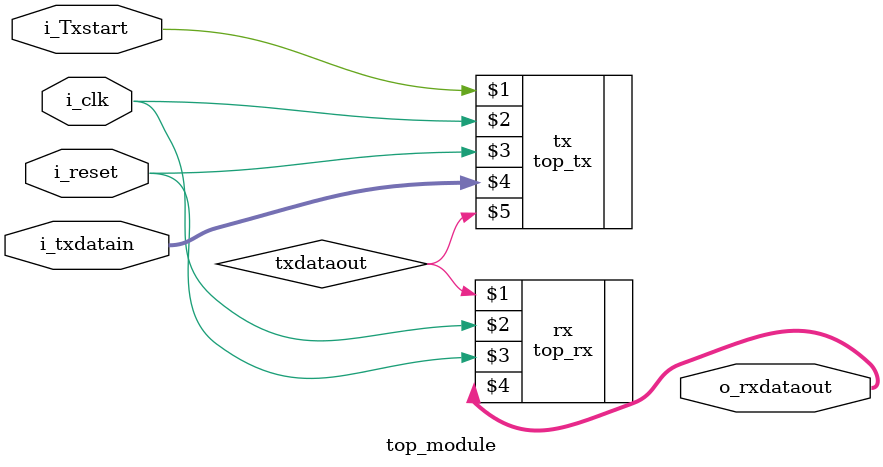
<source format=v>
module top_module(
input [7:0]i_txdatain,input i_clk,i_reset,i_Txstart,output [7:0]o_rxdataout);
wire txdataout;
top_tx tx(i_Txstart,i_clk,i_reset,i_txdatain,txdataout);
top_rx rx(txdataout,i_clk,i_reset,o_rxdataout);
endmodule

</source>
